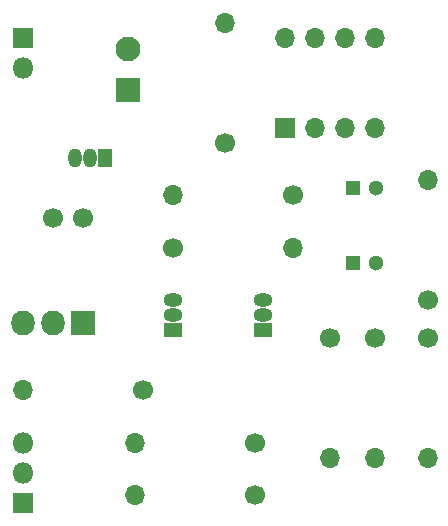
<source format=gbr>
%TF.GenerationSoftware,KiCad,Pcbnew,5.1.6~rc1+dfsg1-1*%
%TF.CreationDate,2020-04-25T08:39:34-07:00*%
%TF.ProjectId,Radio-Power,52616469-6f2d-4506-9f77-65722e6b6963,rev?*%
%TF.SameCoordinates,Original*%
%TF.FileFunction,Soldermask,Bot*%
%TF.FilePolarity,Negative*%
%FSLAX46Y46*%
G04 Gerber Fmt 4.6, Leading zero omitted, Abs format (unit mm)*
G04 Created by KiCad (PCBNEW 5.1.6~rc1+dfsg1-1) date 2020-04-25 08:39:34*
%MOMM*%
%LPD*%
G01*
G04 APERTURE LIST*
%ADD10C,1.700000*%
%ADD11R,1.150000X1.600000*%
%ADD12O,1.150000X1.600000*%
%ADD13C,1.300000*%
%ADD14R,1.300000X1.300000*%
%ADD15O,1.700000X1.700000*%
%ADD16R,1.700000X1.700000*%
%ADD17O,2.005000X2.100000*%
%ADD18R,2.005000X2.100000*%
%ADD19O,1.800000X1.800000*%
%ADD20R,1.800000X1.800000*%
%ADD21C,2.100000*%
%ADD22R,2.100000X2.100000*%
%ADD23R,1.600000X1.150000*%
%ADD24O,1.600000X1.150000*%
G04 APERTURE END LIST*
D10*
%TO.C,C4*%
X22860000Y-33020000D03*
X20360000Y-33020000D03*
%TD*%
D11*
%TO.C,U1*%
X24765000Y-27940000D03*
D12*
X22225000Y-27940000D03*
X23495000Y-27940000D03*
%TD*%
D13*
%TO.C,C3*%
X47720000Y-36830000D03*
D14*
X45720000Y-36830000D03*
%TD*%
D13*
%TO.C,C1*%
X47720000Y-30480000D03*
D14*
X45720000Y-30480000D03*
%TD*%
D15*
%TO.C,R10*%
X17780000Y-47625000D03*
D10*
X27940000Y-47625000D03*
%TD*%
D15*
%TO.C,U2*%
X40005000Y-17780000D03*
X47625000Y-25400000D03*
X42545000Y-17780000D03*
X45085000Y-25400000D03*
X45085000Y-17780000D03*
X42545000Y-25400000D03*
X47625000Y-17780000D03*
D16*
X40005000Y-25400000D03*
%TD*%
D17*
%TO.C,Q2*%
X17780000Y-41910000D03*
X20320000Y-41910000D03*
D18*
X22860000Y-41910000D03*
%TD*%
D15*
%TO.C,R9*%
X34925000Y-16510000D03*
D10*
X34925000Y-26670000D03*
%TD*%
D15*
%TO.C,R8*%
X52070000Y-29845000D03*
D10*
X52070000Y-40005000D03*
%TD*%
D15*
%TO.C,R7*%
X47625000Y-53340000D03*
D10*
X47625000Y-43180000D03*
%TD*%
D15*
%TO.C,R6*%
X52070000Y-53340000D03*
D10*
X52070000Y-43180000D03*
%TD*%
D15*
%TO.C,R5*%
X43815000Y-53340000D03*
D10*
X43815000Y-43180000D03*
%TD*%
D15*
%TO.C,R4*%
X30480000Y-31115000D03*
D10*
X40640000Y-31115000D03*
%TD*%
D15*
%TO.C,R3*%
X40640000Y-35560000D03*
D10*
X30480000Y-35560000D03*
%TD*%
D15*
%TO.C,R2*%
X27305000Y-56515000D03*
D10*
X37465000Y-56515000D03*
%TD*%
D15*
%TO.C,R1*%
X27305000Y-52070000D03*
D10*
X37465000Y-52070000D03*
%TD*%
D19*
%TO.C,J2*%
X17780000Y-20320000D03*
D20*
X17780000Y-17780000D03*
%TD*%
D19*
%TO.C,J1*%
X17780000Y-52070000D03*
X17780000Y-54610000D03*
D20*
X17780000Y-57150000D03*
%TD*%
D21*
%TO.C,C2*%
X26670000Y-18725000D03*
D22*
X26670000Y-22225000D03*
%TD*%
D23*
%TO.C,Q3*%
X30480000Y-42545000D03*
D24*
X30480000Y-40005000D03*
X30480000Y-41275000D03*
%TD*%
D23*
%TO.C,Q1*%
X38100000Y-42545000D03*
D24*
X38100000Y-40005000D03*
X38100000Y-41275000D03*
%TD*%
M02*

</source>
